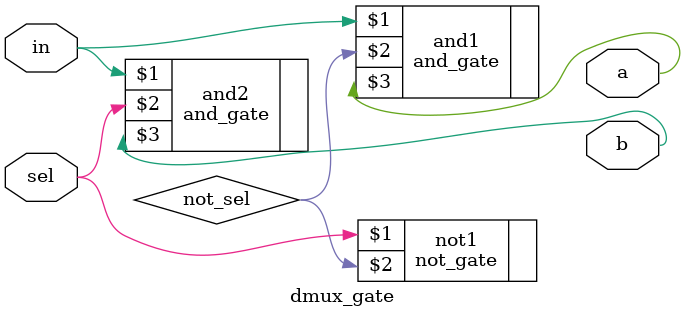
<source format=v>
module dmux_gate(in, sel, a, b);
    input in, sel;
    output a, b;
    
    wire not_sel;
    not_gate not1(sel, not_sel);
    and_gate and1(in, not_sel, a);
    and_gate and2(in, sel, b);
endmodule

</source>
